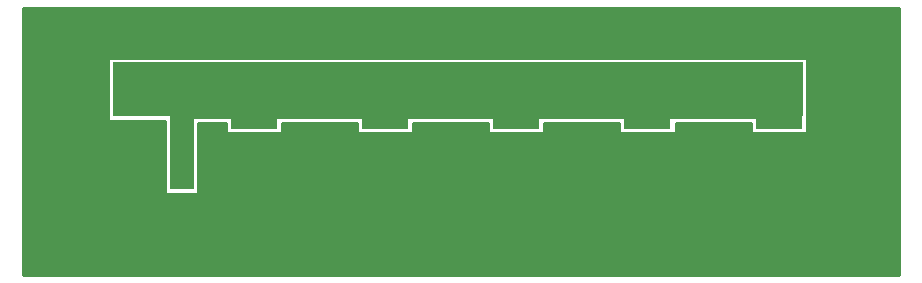
<source format=gtl>
G04 Layer_Physical_Order=1*
G04 Layer_Color=255*
%FSLAX25Y25*%
%MOIN*%
G70*
G01*
G75*
%ADD10C,0.01000*%
%ADD11R,0.08000X0.21000*%
%ADD12R,2.30000X0.18000*%
%ADD13C,0.15748*%
%ADD14R,0.15748X0.07874*%
%ADD15R,0.07874X0.15748*%
%ADD16C,0.06299*%
%ADD17R,0.07874X0.15748*%
%ADD18R,0.15748X0.07874*%
%ADD19C,0.05000*%
%ADD20C,0.01969*%
G36*
X245650Y53409D02*
X245640Y53504D01*
X245609Y53589D01*
X245559Y53664D01*
X245488Y53729D01*
X245397Y53785D01*
X245286Y53829D01*
X245154Y53864D01*
X245002Y53889D01*
X244830Y53904D01*
X244638Y53909D01*
Y54909D01*
X244830Y54914D01*
X245002Y54929D01*
X245154Y54954D01*
X245286Y54989D01*
X245397Y55035D01*
X245488Y55089D01*
X245559Y55154D01*
X245609Y55229D01*
X245640Y55314D01*
X245650Y55409D01*
Y53409D01*
D02*
G37*
G36*
X79005Y59142D02*
X79020Y58970D01*
X79045Y58818D01*
X79080Y58687D01*
X79125Y58575D01*
X79180Y58484D01*
X79245Y58413D01*
X79320Y58363D01*
X79405Y58333D01*
X79500Y58323D01*
X77500D01*
X77595Y58333D01*
X77680Y58363D01*
X77755Y58413D01*
X77820Y58484D01*
X77875Y58575D01*
X77920Y58687D01*
X77955Y58818D01*
X77980Y58970D01*
X77995Y59142D01*
X78000Y59334D01*
X79000D01*
X79005Y59142D01*
D02*
G37*
G36*
X201900Y53409D02*
X201890Y53504D01*
X201859Y53589D01*
X201809Y53664D01*
X201738Y53729D01*
X201647Y53785D01*
X201536Y53829D01*
X201404Y53864D01*
X201252Y53889D01*
X201080Y53904D01*
X200888Y53909D01*
Y54909D01*
X201080Y54914D01*
X201252Y54929D01*
X201404Y54954D01*
X201536Y54989D01*
X201647Y55035D01*
X201738Y55089D01*
X201809Y55154D01*
X201859Y55229D01*
X201890Y55314D01*
X201900Y55409D01*
Y53409D01*
D02*
G37*
G36*
X217610Y55314D02*
X217640Y55229D01*
X217691Y55154D01*
X217762Y55089D01*
X217853Y55035D01*
X217964Y54989D01*
X218096Y54954D01*
X218248Y54929D01*
X218420Y54914D01*
X218612Y54909D01*
Y53909D01*
X218420Y53904D01*
X218248Y53889D01*
X218096Y53864D01*
X217964Y53829D01*
X217853Y53785D01*
X217762Y53729D01*
X217691Y53664D01*
X217640Y53589D01*
X217610Y53504D01*
X217600Y53409D01*
Y55409D01*
X217610Y55314D01*
D02*
G37*
G36*
X210255Y59142D02*
X210270Y58970D01*
X210295Y58818D01*
X210330Y58687D01*
X210375Y58575D01*
X210430Y58484D01*
X210495Y58413D01*
X210570Y58363D01*
X210655Y58333D01*
X210750Y58323D01*
X208750D01*
X208845Y58333D01*
X208930Y58363D01*
X209005Y58413D01*
X209070Y58484D01*
X209125Y58575D01*
X209170Y58687D01*
X209205Y58818D01*
X209230Y58970D01*
X209245Y59142D01*
X209250Y59334D01*
X210250D01*
X210255Y59142D01*
D02*
G37*
G36*
X254005D02*
X254020Y58970D01*
X254045Y58818D01*
X254080Y58687D01*
X254125Y58575D01*
X254180Y58484D01*
X254245Y58413D01*
X254320Y58363D01*
X254405Y58333D01*
X254500Y58323D01*
X252500D01*
X252595Y58333D01*
X252680Y58363D01*
X252755Y58413D01*
X252820Y58484D01*
X252875Y58575D01*
X252920Y58687D01*
X252955Y58818D01*
X252980Y58970D01*
X252995Y59142D01*
X253000Y59334D01*
X254000D01*
X254005Y59142D01*
D02*
G37*
G36*
X122755D02*
X122770Y58970D01*
X122795Y58818D01*
X122830Y58687D01*
X122875Y58575D01*
X122930Y58484D01*
X122995Y58413D01*
X123070Y58363D01*
X123155Y58333D01*
X123250Y58323D01*
X121250D01*
X121345Y58333D01*
X121430Y58363D01*
X121505Y58413D01*
X121570Y58484D01*
X121625Y58575D01*
X121670Y58687D01*
X121705Y58818D01*
X121730Y58970D01*
X121745Y59142D01*
X121750Y59334D01*
X122750D01*
X122755Y59142D01*
D02*
G37*
G36*
X166505D02*
X166520Y58970D01*
X166545Y58818D01*
X166580Y58687D01*
X166625Y58575D01*
X166680Y58484D01*
X166745Y58413D01*
X166820Y58363D01*
X166905Y58333D01*
X167000Y58323D01*
X165000D01*
X165095Y58333D01*
X165180Y58363D01*
X165255Y58413D01*
X165320Y58484D01*
X165375Y58575D01*
X165420Y58687D01*
X165455Y58818D01*
X165480Y58970D01*
X165495Y59142D01*
X165500Y59334D01*
X166500D01*
X166505Y59142D01*
D02*
G37*
G36*
X70650Y53409D02*
X70640Y53504D01*
X70609Y53589D01*
X70559Y53664D01*
X70488Y53729D01*
X70397Y53785D01*
X70286Y53829D01*
X70154Y53864D01*
X70002Y53889D01*
X69830Y53904D01*
X69638Y53909D01*
Y54909D01*
X69830Y54914D01*
X70002Y54929D01*
X70154Y54954D01*
X70286Y54989D01*
X70397Y55035D01*
X70488Y55089D01*
X70559Y55154D01*
X70609Y55229D01*
X70640Y55314D01*
X70650Y55409D01*
Y53409D01*
D02*
G37*
G36*
X86360Y55314D02*
X86391Y55229D01*
X86441Y55154D01*
X86512Y55089D01*
X86603Y55035D01*
X86714Y54989D01*
X86846Y54954D01*
X86998Y54929D01*
X87170Y54914D01*
X87362Y54909D01*
Y53909D01*
X87170Y53904D01*
X86998Y53889D01*
X86846Y53864D01*
X86714Y53829D01*
X86603Y53785D01*
X86512Y53729D01*
X86441Y53664D01*
X86391Y53589D01*
X86360Y53504D01*
X86350Y53409D01*
Y55409D01*
X86360Y55314D01*
D02*
G37*
G36*
X55005Y46670D02*
X55020Y46498D01*
X55045Y46346D01*
X55080Y46214D01*
X55125Y46103D01*
X55180Y46012D01*
X55245Y45941D01*
X55320Y45891D01*
X55405Y45860D01*
X55500Y45850D01*
X53500D01*
X53595Y45860D01*
X53680Y45891D01*
X53755Y45941D01*
X53820Y46012D01*
X53875Y46103D01*
X53920Y46214D01*
X53955Y46346D01*
X53980Y46498D01*
X53995Y46670D01*
X54000Y46862D01*
X55000D01*
X55005Y46670D01*
D02*
G37*
G36*
X55007Y54524D02*
X55028Y54375D01*
X55064Y54261D01*
X55113Y54180D01*
X55177Y54134D01*
X55255Y54122D01*
X55347Y54144D01*
X55453Y54200D01*
X55573Y54290D01*
X55707Y54414D01*
Y53000D01*
X55573Y52856D01*
X55453Y52705D01*
X55347Y52549D01*
X55255Y52387D01*
X55177Y52220D01*
X55113Y52046D01*
X55064Y51867D01*
X55028Y51681D01*
X55007Y51490D01*
X55000Y51293D01*
X54000Y52500D01*
X55000Y54707D01*
X55007Y54524D01*
D02*
G37*
G36*
X158150Y53409D02*
X158140Y53504D01*
X158109Y53589D01*
X158059Y53664D01*
X157988Y53729D01*
X157897Y53785D01*
X157786Y53829D01*
X157654Y53864D01*
X157502Y53889D01*
X157330Y53904D01*
X157138Y53909D01*
Y54909D01*
X157330Y54914D01*
X157502Y54929D01*
X157654Y54954D01*
X157786Y54989D01*
X157897Y55035D01*
X157988Y55089D01*
X158059Y55154D01*
X158109Y55229D01*
X158140Y55314D01*
X158150Y55409D01*
Y53409D01*
D02*
G37*
G36*
X173860Y55314D02*
X173890Y55229D01*
X173941Y55154D01*
X174012Y55089D01*
X174103Y55035D01*
X174214Y54989D01*
X174346Y54954D01*
X174498Y54929D01*
X174670Y54914D01*
X174862Y54909D01*
Y53909D01*
X174670Y53904D01*
X174498Y53889D01*
X174346Y53864D01*
X174214Y53829D01*
X174103Y53785D01*
X174012Y53729D01*
X173941Y53664D01*
X173890Y53589D01*
X173860Y53504D01*
X173850Y53409D01*
Y55409D01*
X173860Y55314D01*
D02*
G37*
G36*
X114400Y53409D02*
X114390Y53504D01*
X114359Y53589D01*
X114309Y53664D01*
X114238Y53729D01*
X114147Y53785D01*
X114036Y53829D01*
X113904Y53864D01*
X113752Y53889D01*
X113580Y53904D01*
X113388Y53909D01*
Y54909D01*
X113580Y54914D01*
X113752Y54929D01*
X113904Y54954D01*
X114036Y54989D01*
X114147Y55035D01*
X114238Y55089D01*
X114309Y55154D01*
X114359Y55229D01*
X114390Y55314D01*
X114400Y55409D01*
Y53409D01*
D02*
G37*
G36*
X130110Y55314D02*
X130140Y55229D01*
X130191Y55154D01*
X130262Y55089D01*
X130353Y55035D01*
X130464Y54989D01*
X130596Y54954D01*
X130748Y54929D01*
X130920Y54914D01*
X131112Y54909D01*
Y53909D01*
X130920Y53904D01*
X130748Y53889D01*
X130596Y53864D01*
X130464Y53829D01*
X130353Y53785D01*
X130262Y53729D01*
X130191Y53664D01*
X130140Y53589D01*
X130110Y53504D01*
X130100Y53409D01*
Y55409D01*
X130110Y55314D01*
D02*
G37*
G36*
X210250Y63345D02*
X210081Y62203D01*
X209903Y62000D01*
X210081Y61797D01*
X210250Y60655D01*
X209250Y60434D01*
X209248Y60542D01*
X209242Y60639D01*
X209231Y60725D01*
X209217Y60800D01*
X209198Y60864D01*
X209175Y60917D01*
X209148Y60959D01*
X209116Y60990D01*
X209081Y61010D01*
X209041Y61019D01*
X209903Y62000D01*
X209041Y62981D01*
X209081Y62990D01*
X209116Y63010D01*
X209148Y63041D01*
X209175Y63083D01*
X209198Y63136D01*
X209217Y63200D01*
X209231Y63275D01*
X209242Y63361D01*
X209248Y63458D01*
X209250Y63566D01*
X210250Y63345D01*
D02*
G37*
G36*
X124131Y66422D02*
X123585Y65801D01*
X123364Y65509D01*
X123176Y65228D01*
X123023Y64959D01*
X122903Y64701D01*
X122818Y64456D01*
X122767Y64222D01*
X122750Y64001D01*
X121750D01*
X121733Y64222D01*
X121682Y64456D01*
X121597Y64701D01*
X121477Y64959D01*
X121324Y65228D01*
X121136Y65509D01*
X120915Y65801D01*
X120369Y66422D01*
X120045Y66751D01*
X124455D01*
X124131Y66422D01*
D02*
G37*
G36*
X167881D02*
X167335Y65801D01*
X167114Y65509D01*
X166926Y65228D01*
X166773Y64959D01*
X166653Y64701D01*
X166568Y64456D01*
X166517Y64222D01*
X166500Y64001D01*
X165500D01*
X165483Y64222D01*
X165432Y64456D01*
X165347Y64701D01*
X165227Y64959D01*
X165074Y65228D01*
X164886Y65509D01*
X164665Y65801D01*
X164119Y66422D01*
X163795Y66751D01*
X168205D01*
X167881Y66422D01*
D02*
G37*
G36*
X254000Y63230D02*
X253731Y62102D01*
X253647Y62000D01*
X252838Y62980D01*
X252869Y62984D01*
X252897Y62998D01*
X252921Y63025D01*
X252942Y63064D01*
X252960Y63114D01*
X252974Y63176D01*
X252985Y63250D01*
X252993Y63336D01*
X253000Y63543D01*
X254000Y63230D01*
D02*
G37*
G36*
X80381Y66422D02*
X79835Y65801D01*
X79614Y65509D01*
X79426Y65228D01*
X79273Y64959D01*
X79153Y64701D01*
X79068Y64456D01*
X79017Y64222D01*
X79000Y64001D01*
X78000D01*
X77983Y64222D01*
X77932Y64456D01*
X77847Y64701D01*
X77727Y64959D01*
X77574Y65228D01*
X77386Y65509D01*
X77165Y65801D01*
X76619Y66422D01*
X76295Y66751D01*
X80705D01*
X80381Y66422D01*
D02*
G37*
G36*
X76175Y66875D02*
X75863Y67205D01*
X75267Y67760D01*
X74984Y67986D01*
X74710Y68177D01*
X74445Y68333D01*
X74191Y68454D01*
X73946Y68541D01*
X73711Y68593D01*
X73485Y68610D01*
X73520Y69610D01*
X73738Y69627D01*
X73969Y69677D01*
X74215Y69761D01*
X74474Y69878D01*
X74748Y70028D01*
X75036Y70212D01*
X75338Y70429D01*
X75985Y70964D01*
X76329Y71282D01*
X76175Y66875D01*
D02*
G37*
G36*
X38078Y70991D02*
X38699Y70446D01*
X38991Y70224D01*
X39272Y70036D01*
X39541Y69883D01*
X39799Y69764D01*
X40044Y69678D01*
X40278Y69627D01*
X40499Y69610D01*
Y69287D01*
X40890Y69610D01*
X43097Y68610D01*
X42914Y68603D01*
X42765Y68582D01*
X42650Y68547D01*
X42570Y68497D01*
X42524Y68433D01*
X42511Y68356D01*
X42533Y68264D01*
X42589Y68158D01*
X42680Y68037D01*
X42804Y67903D01*
X41390D01*
X41245Y68037D01*
X41095Y68158D01*
X40939Y68264D01*
X40777Y68356D01*
X40609Y68433D01*
X40436Y68497D01*
X40256Y68547D01*
X40154Y68566D01*
X40044Y68542D01*
X39799Y68457D01*
X39541Y68338D01*
X39272Y68184D01*
X38991Y67997D01*
X38699Y67775D01*
X38078Y67229D01*
X37749Y66905D01*
Y71315D01*
X38078Y70991D01*
D02*
G37*
G36*
X211631Y66422D02*
X211085Y65801D01*
X210864Y65509D01*
X210676Y65228D01*
X210523Y64959D01*
X210403Y64701D01*
X210318Y64456D01*
X210267Y64222D01*
X210250Y64001D01*
X209250D01*
X209233Y64222D01*
X209182Y64456D01*
X209097Y64701D01*
X208977Y64959D01*
X208824Y65228D01*
X208636Y65509D01*
X208415Y65801D01*
X207869Y66422D01*
X207545Y66751D01*
X211955D01*
X211631Y66422D01*
D02*
G37*
G36*
X255381D02*
X254835Y65801D01*
X254614Y65509D01*
X254426Y65228D01*
X254273Y64959D01*
X254153Y64701D01*
X254068Y64456D01*
X254017Y64222D01*
X254000Y64001D01*
X253000D01*
X252983Y64222D01*
X252932Y64456D01*
X252847Y64701D01*
X252727Y64959D01*
X252574Y65228D01*
X252386Y65509D01*
X252165Y65801D01*
X251619Y66422D01*
X251295Y66751D01*
X255705D01*
X255381Y66422D01*
D02*
G37*
G36*
X122980Y61177D02*
X122937Y61143D01*
X122898Y61100D01*
X122863Y61050D01*
X122833Y60992D01*
X122808Y60926D01*
X122787Y60852D01*
X122771Y60769D01*
X122752Y60581D01*
X122750Y60475D01*
X121750Y60709D01*
X121745Y60917D01*
X121739Y61009D01*
X121720Y61172D01*
X121706Y61241D01*
X121691Y61304D01*
X121672Y61358D01*
X121652Y61405D01*
X121629Y61444D01*
X122174Y62000D01*
X122980Y61177D01*
D02*
G37*
G36*
X166622Y61443D02*
X166599Y61403D01*
X166578Y61356D01*
X166560Y61302D01*
X166531Y61170D01*
X166519Y61092D01*
X166501Y60814D01*
X166500Y60707D01*
X165500Y60476D01*
X165498Y60582D01*
X165491Y60680D01*
X165479Y60770D01*
X165463Y60852D01*
X165443Y60927D01*
X165417Y60993D01*
X165387Y61051D01*
X165353Y61101D01*
X165314Y61144D01*
X165270Y61178D01*
X166076Y62000D01*
X166622Y61443D01*
D02*
G37*
G36*
X79242Y61117D02*
X79196Y61089D01*
X79155Y61052D01*
X79119Y61006D01*
X79087Y60952D01*
X79061Y60889D01*
X79039Y60818D01*
X79022Y60737D01*
X79002Y60551D01*
X79000Y60444D01*
X78000Y60846D01*
X77999Y60956D01*
X77989Y61233D01*
X77976Y61373D01*
X77967Y61430D01*
X77957Y61478D01*
X77946Y61517D01*
X77933Y61547D01*
X78377Y62000D01*
X79242Y61117D01*
D02*
G37*
G36*
X253731Y61898D02*
X254000Y60770D01*
X253000Y60457D01*
X252993Y60664D01*
X252985Y60750D01*
X252974Y60824D01*
X252960Y60886D01*
X252942Y60936D01*
X252921Y60975D01*
X252897Y61002D01*
X252869Y61016D01*
X252838Y61020D01*
X253647Y62000D01*
X253731Y61898D01*
D02*
G37*
G36*
X122752Y63419D02*
X122771Y63231D01*
X122787Y63148D01*
X122808Y63074D01*
X122833Y63008D01*
X122863Y62950D01*
X122898Y62900D01*
X122937Y62857D01*
X122980Y62823D01*
X122174Y62000D01*
X121629Y62556D01*
X121652Y62595D01*
X121672Y62642D01*
X121691Y62696D01*
X121706Y62759D01*
X121720Y62828D01*
X121739Y62991D01*
X121745Y63083D01*
X121750Y63291D01*
X122750Y63525D01*
X122752Y63419D01*
D02*
G37*
G36*
X166500Y63293D02*
X166501Y63186D01*
X166519Y62908D01*
X166531Y62830D01*
X166560Y62698D01*
X166578Y62644D01*
X166599Y62597D01*
X166622Y62558D01*
X166076Y62000D01*
X165270Y62822D01*
X165314Y62856D01*
X165353Y62899D01*
X165387Y62949D01*
X165417Y63007D01*
X165443Y63073D01*
X165463Y63148D01*
X165479Y63230D01*
X165491Y63320D01*
X165498Y63418D01*
X165500Y63524D01*
X166500Y63293D01*
D02*
G37*
G36*
X47752Y62880D02*
X47766Y62455D01*
X48191Y62441D01*
X49031Y61676D01*
X48415Y60877D01*
X48338Y60952D01*
X48194Y61068D01*
X48128Y61111D01*
X48065Y61144D01*
X48006Y61166D01*
X47951Y61177D01*
X47899Y61178D01*
X47851Y61169D01*
X47807Y61150D01*
X47766Y62455D01*
X46461Y62496D01*
X46480Y62540D01*
X46490Y62588D01*
X46488Y62640D01*
X46477Y62695D01*
X46455Y62754D01*
X46422Y62817D01*
X46379Y62883D01*
X46262Y63027D01*
X46189Y63104D01*
X46987Y63720D01*
X47752Y62880D01*
D02*
G37*
G36*
X79002Y63449D02*
X79022Y63263D01*
X79039Y63182D01*
X79061Y63111D01*
X79087Y63048D01*
X79119Y62994D01*
X79155Y62948D01*
X79196Y62911D01*
X79242Y62883D01*
X78377Y62000D01*
X77933Y62453D01*
X77946Y62483D01*
X77957Y62522D01*
X77967Y62570D01*
X77976Y62627D01*
X77989Y62767D01*
X77999Y63044D01*
X78000Y63154D01*
X79000Y63556D01*
X79002Y63449D01*
D02*
G37*
D10*
X247500Y74000D02*
Y90750D01*
X248500Y74000D02*
Y90750D01*
X246500Y74000D02*
Y90750D01*
X250500Y74000D02*
Y90750D01*
X251500Y74000D02*
Y90750D01*
X249500Y74000D02*
Y90750D01*
X241500Y74000D02*
Y90750D01*
X242500Y74000D02*
Y90750D01*
X240500Y74000D02*
Y90750D01*
X244500Y74000D02*
Y90750D01*
X245500Y74000D02*
Y90750D01*
X243500Y74000D02*
Y90750D01*
X258500Y74000D02*
Y90750D01*
X259500Y74000D02*
Y90750D01*
X257500Y74000D02*
Y90750D01*
X261500Y74000D02*
Y90750D01*
X262500Y74000D02*
Y90750D01*
X260500Y74000D02*
Y90750D01*
X253500Y74000D02*
Y90750D01*
X254500Y74000D02*
Y90750D01*
X252500Y74000D02*
Y90750D01*
X256500Y74000D02*
Y90750D01*
X255500Y74000D02*
Y90750D01*
X212500Y74000D02*
Y90750D01*
X213500Y74000D02*
Y90750D01*
X211500Y74000D02*
Y90750D01*
X215500Y74000D02*
Y90750D01*
X216500Y74000D02*
Y90750D01*
X214500Y74000D02*
Y90750D01*
X206500Y74000D02*
Y90750D01*
X207500Y74000D02*
Y90750D01*
X205500Y74000D02*
Y90750D01*
X209500Y74000D02*
Y90750D01*
X208500Y74000D02*
Y90750D01*
X235500Y74000D02*
Y90750D01*
X236500Y74000D02*
Y90750D01*
X234500Y74000D02*
Y90750D01*
X238500Y74000D02*
Y90750D01*
X239500Y74000D02*
Y90750D01*
X237500Y74000D02*
Y90750D01*
X218500Y74000D02*
Y90750D01*
X219500Y74000D02*
Y90750D01*
X217500Y74000D02*
Y90750D01*
X233500Y74000D02*
Y90750D01*
X220500Y74000D02*
Y90750D01*
X263000Y67500D02*
X293526D01*
X263000Y66500D02*
X293526D01*
X263000Y68500D02*
X293526D01*
X263000Y64500D02*
X293526D01*
X263000Y63500D02*
X293526D01*
X263000Y65500D02*
X293526D01*
X263000Y72500D02*
X293526D01*
X263000Y71500D02*
X293526D01*
X263000Y73500D02*
X293526D01*
X263000Y69500D02*
X293526D01*
X263000Y70500D02*
X293526D01*
X263000Y61500D02*
X293526D01*
X263000Y60500D02*
X293526D01*
X263000Y62500D02*
X293526D01*
X263000Y58500D02*
X293526D01*
X263000Y57500D02*
X293526D01*
X263000Y59500D02*
X293526D01*
X263000Y56500D02*
X293526D01*
X263000Y55500D02*
X293526D01*
X263000Y53000D02*
Y74000D01*
Y53500D02*
X293526D01*
X263000Y54500D02*
X293526D01*
X228500Y74000D02*
Y90750D01*
X229500Y74000D02*
Y90750D01*
X227500Y74000D02*
Y90750D01*
X231500Y74000D02*
Y90750D01*
X232500Y74000D02*
Y90750D01*
X230500Y74000D02*
Y90750D01*
X221500Y74000D02*
Y90750D01*
X224500Y74000D02*
Y90750D01*
X210500Y74000D02*
Y90750D01*
X226500Y74000D02*
Y90750D01*
X225500Y74000D02*
Y90750D01*
X262874Y52500D02*
X293526D01*
X262874Y51500D02*
X293526D01*
X219124Y52409D02*
X244126D01*
X262874Y50500D02*
X293526D01*
X262874Y49500D02*
X293526D01*
X219124Y51500D02*
X244126D01*
X222500Y74000D02*
Y90750D01*
X223500Y74000D02*
Y90750D01*
X219124Y50500D02*
X244126D01*
X219124Y49500D02*
X244126D01*
X200376Y48972D02*
X219124D01*
X189500Y74000D02*
Y90750D01*
X190500Y74000D02*
Y90750D01*
X188500Y74000D02*
Y90750D01*
X192500Y74000D02*
Y90750D01*
X193500Y74000D02*
Y90750D01*
X191500Y74000D02*
Y90750D01*
X184500Y74000D02*
Y90750D01*
X185500Y74000D02*
Y90750D01*
X183500Y74000D02*
Y90750D01*
X187500Y74000D02*
Y90750D01*
X186500Y74000D02*
Y90750D01*
X200500Y74000D02*
Y90750D01*
X201500Y74000D02*
Y90750D01*
X199500Y74000D02*
Y90750D01*
X203500Y74000D02*
Y90750D01*
X204500Y74000D02*
Y90750D01*
X202500Y74000D02*
Y90750D01*
X195500Y74000D02*
Y90750D01*
X196500Y74000D02*
Y90750D01*
X194500Y74000D02*
Y90750D01*
X198500Y74000D02*
Y90750D01*
X197500Y74000D02*
Y90750D01*
X167500Y74000D02*
Y90750D01*
X168500Y74000D02*
Y90750D01*
X166500Y74000D02*
Y90750D01*
X170500Y74000D02*
Y90750D01*
X171500Y74000D02*
Y90750D01*
X169500Y74000D02*
Y90750D01*
X141500Y74000D02*
Y90750D01*
X163500Y74000D02*
Y90750D01*
X140500Y74000D02*
Y90750D01*
X165500Y74000D02*
Y90750D01*
X164500Y74000D02*
Y90750D01*
X178500Y74000D02*
Y90750D01*
X179500Y74000D02*
Y90750D01*
X177500Y74000D02*
Y90750D01*
X181500Y74000D02*
Y90750D01*
X182500Y74000D02*
Y90750D01*
X180500Y74000D02*
Y90750D01*
X173500Y74000D02*
Y90750D01*
X174500Y74000D02*
Y90750D01*
X172500Y74000D02*
Y90750D01*
X176500Y74000D02*
Y90750D01*
X175500Y74000D02*
Y90750D01*
X158500Y74000D02*
Y90750D01*
X159500Y74000D02*
Y90750D01*
X157500Y74000D02*
Y90750D01*
X161500Y74000D02*
Y90750D01*
X162500Y74000D02*
Y90750D01*
X160500Y74000D02*
Y90750D01*
X149500Y74000D02*
Y90750D01*
X154500Y74000D02*
Y90750D01*
X148500Y74000D02*
Y90750D01*
X156500Y74000D02*
Y90750D01*
X155500Y74000D02*
Y90750D01*
X175374Y52409D02*
X200376D01*
X175374Y48972D02*
Y52409D01*
X153500Y74000D02*
Y90750D01*
X175374Y50500D02*
X200376D01*
X175374Y49500D02*
X200376D01*
X175374Y51500D02*
X200376D01*
X147500Y74000D02*
Y90750D01*
X150500Y74000D02*
Y90750D01*
X146500Y74000D02*
Y90750D01*
X152500Y74000D02*
Y90750D01*
X151500Y74000D02*
Y90750D01*
X139500Y74000D02*
Y90750D01*
X142500Y74000D02*
Y90750D01*
X138500Y74000D02*
Y90750D01*
X144500Y74000D02*
Y90750D01*
X145500Y74000D02*
Y90750D01*
X143500Y74000D02*
Y90750D01*
X134500Y74000D02*
Y90750D01*
X135500Y74000D02*
Y90750D01*
X133500Y74000D02*
Y90750D01*
X137500Y74000D02*
Y90750D01*
X136500Y74000D02*
Y90750D01*
X132500Y74000D02*
Y90750D01*
X131624Y52409D02*
X156626D01*
X131500Y74000D02*
Y90750D01*
X131624Y50500D02*
X156626D01*
X131624Y49500D02*
X156626D01*
X131624Y51500D02*
X156626D01*
X127500Y74000D02*
Y90750D01*
X128500Y74000D02*
Y90750D01*
X126500Y74000D02*
Y90750D01*
X130500Y74000D02*
Y90750D01*
X129500Y74000D02*
Y90750D01*
X279500Y1750D02*
Y90750D01*
X280500Y1750D02*
Y90750D01*
X278500Y1750D02*
Y90750D01*
X282500Y1750D02*
Y90750D01*
X283500Y1750D02*
Y90750D01*
X281500Y1750D02*
Y90750D01*
X273500Y1750D02*
Y90750D01*
X274500Y1750D02*
Y90750D01*
X272500Y1750D02*
Y90750D01*
X276500Y1750D02*
Y90750D01*
X277500Y1750D02*
Y90750D01*
X275500Y1750D02*
Y90750D01*
X290500Y1750D02*
Y90750D01*
X291500Y1750D02*
Y90750D01*
X289500Y1750D02*
Y90750D01*
X293500Y1750D02*
Y90750D01*
X293526Y1750D02*
Y90750D01*
X292500Y1750D02*
Y90750D01*
X285500Y1750D02*
Y90750D01*
X286500Y1750D02*
Y90750D01*
X284500Y1750D02*
Y90750D01*
X288500Y1750D02*
Y90750D01*
X287500Y1750D02*
Y90750D01*
X266500Y1750D02*
Y90750D01*
X267500Y1750D02*
Y90750D01*
X265500Y1750D02*
Y90750D01*
X270500Y1750D02*
Y90750D01*
X271500Y1750D02*
Y90750D01*
X268500Y1750D02*
Y90750D01*
X263500Y1750D02*
Y90750D01*
X264500Y1750D02*
Y90750D01*
X262874Y48972D02*
Y53000D01*
X244126Y48972D02*
Y52409D01*
X219124Y48972D02*
Y52409D01*
X243500Y1750D02*
Y52409D01*
X269500Y1750D02*
Y90750D01*
X229500Y1750D02*
Y52409D01*
X227500Y1750D02*
Y52409D01*
X228500Y1750D02*
Y52409D01*
X226500Y1750D02*
Y52409D01*
X220500Y1750D02*
Y52409D01*
X223500Y1750D02*
Y52409D01*
X219500Y1750D02*
Y52409D01*
X225500Y1750D02*
Y52409D01*
X224500Y1750D02*
Y52409D01*
X259500Y1750D02*
Y48972D01*
X260500Y1750D02*
Y48972D01*
X258500Y1750D02*
Y48972D01*
X261500Y1750D02*
Y48972D01*
X262500Y1750D02*
Y48972D01*
X244126D02*
X262874D01*
X254500Y1750D02*
Y48972D01*
X255500Y1750D02*
Y48972D01*
X253500Y1750D02*
Y48972D01*
X257500Y1750D02*
Y48972D01*
X256500Y1750D02*
Y48972D01*
X248500Y1750D02*
Y48972D01*
X249500Y1750D02*
Y48972D01*
X247500Y1750D02*
Y48972D01*
X251500Y1750D02*
Y48972D01*
X252500Y1750D02*
Y48972D01*
X250500Y1750D02*
Y48972D01*
X242500Y1750D02*
Y52409D01*
X244500Y1750D02*
Y48972D01*
X241500Y1750D02*
Y52409D01*
X246500Y1750D02*
Y48972D01*
X245500Y1750D02*
Y48972D01*
X221500Y1750D02*
Y52409D01*
X222500Y1750D02*
Y52409D01*
X218500Y1750D02*
Y48972D01*
X216500Y1750D02*
Y48972D01*
X217500Y1750D02*
Y48972D01*
X215500Y1750D02*
Y48972D01*
X211500Y1750D02*
Y48972D01*
X212500Y1750D02*
Y48972D01*
X210500Y1750D02*
Y48972D01*
X214500Y1750D02*
Y48972D01*
X213500Y1750D02*
Y48972D01*
X236500Y1750D02*
Y52409D01*
X237500Y1750D02*
Y52409D01*
X235500Y1750D02*
Y52409D01*
X239500Y1750D02*
Y52409D01*
X240500Y1750D02*
Y52409D01*
X238500Y1750D02*
Y52409D01*
X231500Y1750D02*
Y52409D01*
X232500Y1750D02*
Y52409D01*
X230500Y1750D02*
Y52409D01*
X234500Y1750D02*
Y52409D01*
X233500Y1750D02*
Y52409D01*
X196500Y1750D02*
Y52409D01*
X197500Y1750D02*
Y52409D01*
X195500Y1750D02*
Y52409D01*
X200376Y48972D02*
Y52409D01*
X199500Y1750D02*
Y52409D01*
X198500Y1750D02*
Y52409D01*
X191500Y1750D02*
Y52409D01*
X192500Y1750D02*
Y52409D01*
X190500Y1750D02*
Y52409D01*
X194500Y1750D02*
Y52409D01*
X193500Y1750D02*
Y52409D01*
X185500Y1750D02*
Y52409D01*
X186500Y1750D02*
Y52409D01*
X184500Y1750D02*
Y52409D01*
X188500Y1750D02*
Y52409D01*
X189500Y1750D02*
Y52409D01*
X187500Y1750D02*
Y52409D01*
X180500Y1750D02*
Y52409D01*
X181500Y1750D02*
Y52409D01*
X179500Y1750D02*
Y52409D01*
X183500Y1750D02*
Y52409D01*
X182500Y1750D02*
Y52409D01*
X156626Y48972D02*
Y52409D01*
X175500Y1750D02*
Y52409D01*
X156500Y1750D02*
Y52409D01*
X177500Y1750D02*
Y52409D01*
X178500Y1750D02*
Y52409D01*
X176500Y1750D02*
Y52409D01*
X143500Y1750D02*
Y52409D01*
X144500Y1750D02*
Y52409D01*
X131624Y48972D02*
Y52409D01*
X155500Y1750D02*
Y52409D01*
X154500Y1750D02*
Y52409D01*
X138500Y1750D02*
Y52409D01*
X139500Y1750D02*
Y52409D01*
X137500Y1750D02*
Y52409D01*
X141500Y1750D02*
Y52409D01*
X142500Y1750D02*
Y52409D01*
X140500Y1750D02*
Y52409D01*
X133500Y1750D02*
Y52409D01*
X134500Y1750D02*
Y52409D01*
X132500Y1750D02*
Y52409D01*
X136500Y1750D02*
Y52409D01*
X135500Y1750D02*
Y52409D01*
X169500Y1750D02*
Y48972D01*
X170500Y1750D02*
Y48972D01*
X168500Y1750D02*
Y48972D01*
X172500Y1750D02*
Y48972D01*
X173500Y1750D02*
Y48972D01*
X171500Y1750D02*
Y48972D01*
X164500Y1750D02*
Y48972D01*
X165500Y1750D02*
Y48972D01*
X163500Y1750D02*
Y48972D01*
X167500Y1750D02*
Y48972D01*
X166500Y1750D02*
Y48972D01*
X205500Y1750D02*
Y48972D01*
X206500Y1750D02*
Y48972D01*
X204500Y1750D02*
Y48972D01*
X208500Y1750D02*
Y48972D01*
X209500Y1750D02*
Y48972D01*
X207500Y1750D02*
Y48972D01*
X200500Y1750D02*
Y48972D01*
X201500Y1750D02*
Y48972D01*
X174500Y1750D02*
Y48972D01*
X203500Y1750D02*
Y48972D01*
X202500Y1750D02*
Y48972D01*
X159500Y1750D02*
Y48972D01*
X160500Y1750D02*
Y48972D01*
X158500Y1750D02*
Y48972D01*
X161500Y1750D02*
Y48972D01*
X162500Y1750D02*
Y48972D01*
X156626D02*
X175374D01*
X151500Y1750D02*
Y52409D01*
X152500Y1750D02*
Y52409D01*
X150500Y1750D02*
Y52409D01*
X157500Y1750D02*
Y48972D01*
X153500Y1750D02*
Y52409D01*
X148500Y1750D02*
Y52409D01*
X149500Y1750D02*
Y52409D01*
X147500Y1750D02*
Y52409D01*
X145500Y1750D02*
Y52409D01*
X146500Y1750D02*
Y52409D01*
X131500Y1750D02*
Y48972D01*
X127500Y1750D02*
Y48972D01*
X128500Y1750D02*
Y48972D01*
X126500Y1750D02*
Y48972D01*
X130500Y1750D02*
Y48972D01*
X129500Y1750D02*
Y48972D01*
X110500Y74000D02*
Y90750D01*
X111500Y74000D02*
Y90750D01*
X109500Y74000D02*
Y90750D01*
X113500Y74000D02*
Y90750D01*
X114500Y74000D02*
Y90750D01*
X112500Y74000D02*
Y90750D01*
X104500Y74000D02*
Y90750D01*
X105500Y74000D02*
Y90750D01*
X103500Y74000D02*
Y90750D01*
X107500Y74000D02*
Y90750D01*
X108500Y74000D02*
Y90750D01*
X106500Y74000D02*
Y90750D01*
X121500Y74000D02*
Y90750D01*
X122500Y74000D02*
Y90750D01*
X120500Y74000D02*
Y90750D01*
X124500Y74000D02*
Y90750D01*
X125500Y74000D02*
Y90750D01*
X123500Y74000D02*
Y90750D01*
X116500Y74000D02*
Y90750D01*
X117500Y74000D02*
Y90750D01*
X115500Y74000D02*
Y90750D01*
X119500Y74000D02*
Y90750D01*
X118500Y74000D02*
Y90750D01*
X81500Y74000D02*
Y90750D01*
X82500Y74000D02*
Y90750D01*
X80500Y74000D02*
Y90750D01*
X83500Y74000D02*
Y90750D01*
X84500Y74000D02*
Y90750D01*
X1750D02*
X293526D01*
X76500Y74000D02*
Y90750D01*
X77500Y74000D02*
Y90750D01*
X75500Y74000D02*
Y90750D01*
X79500Y74000D02*
Y90750D01*
X78500Y74000D02*
Y90750D01*
X94500Y74000D02*
Y90750D01*
X95500Y74000D02*
Y90750D01*
X93500Y74000D02*
Y90750D01*
X101500Y74000D02*
Y90750D01*
X102500Y74000D02*
Y90750D01*
X100500Y74000D02*
Y90750D01*
X86500Y74000D02*
Y90750D01*
X87500Y74000D02*
Y90750D01*
X85500Y74000D02*
Y90750D01*
X92500Y74000D02*
Y90750D01*
X91500Y74000D02*
Y90750D01*
X98500Y74000D02*
Y90750D01*
X99500Y74000D02*
Y90750D01*
X87874Y52409D02*
X112876D01*
X87874Y50500D02*
X112876D01*
X87874Y49500D02*
X112876D01*
X87874Y51500D02*
X112876D01*
X89500Y74000D02*
Y90750D01*
X90500Y74000D02*
Y90750D01*
X88500Y74000D02*
Y90750D01*
X97500Y74000D02*
Y90750D01*
X96500Y74000D02*
Y90750D01*
X60000Y43500D02*
X293526D01*
X60000Y42500D02*
X293526D01*
X60000Y46500D02*
X293526D01*
X60000Y39500D02*
X293526D01*
X60000Y38500D02*
X293526D01*
X60000Y41500D02*
X293526D01*
X112876Y48972D02*
X131624D01*
X112876D02*
Y52409D01*
X87874Y48972D02*
Y52409D01*
X69126Y48972D02*
X87874D01*
X60000Y40500D02*
X293526D01*
X1750Y84500D02*
X293526D01*
X1750Y83500D02*
X293526D01*
X1750Y85500D02*
X293526D01*
X1750Y81500D02*
X293526D01*
X1750Y80500D02*
X293526D01*
X1750Y82500D02*
X293526D01*
X1750Y89500D02*
X293526D01*
X1750Y88500D02*
X293526D01*
X1750Y90500D02*
X293526D01*
X1750Y86500D02*
X293526D01*
X1750Y87500D02*
X293526D01*
X1750Y78500D02*
X293526D01*
X1750Y77500D02*
X293526D01*
X1750Y79500D02*
X293526D01*
X1750Y75500D02*
X293526D01*
X1750Y74500D02*
X293526D01*
X1750Y76500D02*
X293526D01*
X60000Y48500D02*
X293526D01*
X60000Y47500D02*
X293526D01*
X30000Y74000D02*
X263000D01*
X60000Y44500D02*
X293526D01*
X60000Y45500D02*
X293526D01*
X59500Y74000D02*
Y90750D01*
X60500Y74000D02*
Y90750D01*
X58500Y74000D02*
Y90750D01*
X62500Y74000D02*
Y90750D01*
X63500Y74000D02*
Y90750D01*
X61500Y74000D02*
Y90750D01*
X54500Y74000D02*
Y90750D01*
X55500Y74000D02*
Y90750D01*
X53500Y74000D02*
Y90750D01*
X57500Y74000D02*
Y90750D01*
X56500Y74000D02*
Y90750D01*
X70500Y74000D02*
Y90750D01*
X71500Y74000D02*
Y90750D01*
X69500Y74000D02*
Y90750D01*
X73500Y74000D02*
Y90750D01*
X74500Y74000D02*
Y90750D01*
X72500Y74000D02*
Y90750D01*
X65500Y74000D02*
Y90750D01*
X66500Y74000D02*
Y90750D01*
X64500Y74000D02*
Y90750D01*
X68500Y74000D02*
Y90750D01*
X67500Y74000D02*
Y90750D01*
X36500Y74000D02*
Y90750D01*
X38500Y74000D02*
Y90750D01*
X35500Y74000D02*
Y90750D01*
X40500Y74000D02*
Y90750D01*
X41500Y74000D02*
Y90750D01*
X39500Y74000D02*
Y90750D01*
X31500Y74000D02*
Y90750D01*
X32500Y74000D02*
Y90750D01*
X30500Y74000D02*
Y90750D01*
X34500Y74000D02*
Y90750D01*
X33500Y74000D02*
Y90750D01*
X48500Y74000D02*
Y90750D01*
X49500Y74000D02*
Y90750D01*
X47500Y74000D02*
Y90750D01*
X51500Y74000D02*
Y90750D01*
X52500Y74000D02*
Y90750D01*
X50500Y74000D02*
Y90750D01*
X43500Y74000D02*
Y90750D01*
X44500Y74000D02*
Y90750D01*
X42500Y74000D02*
Y90750D01*
X46500Y74000D02*
Y90750D01*
X45500Y74000D02*
Y90750D01*
X37500Y74000D02*
Y90750D01*
X1750Y73500D02*
X30000D01*
X1750Y72500D02*
X30000D01*
X1750Y70500D02*
X30000D01*
X1750Y69500D02*
X30000D01*
X1750Y71500D02*
X30000D01*
X1750Y64500D02*
X30000D01*
X1750Y63500D02*
X30000D01*
X1750Y68500D02*
X30000D01*
X1750Y61500D02*
X30000D01*
X1750Y62500D02*
X30000D01*
X60000Y52409D02*
X69126D01*
Y48972D02*
Y52409D01*
X30000Y53000D02*
X49000D01*
X60000Y50500D02*
X69126D01*
X60000Y49500D02*
X69126D01*
X60000Y51500D02*
X69126D01*
X1750Y60500D02*
X30000D01*
Y53000D02*
Y74000D01*
X1750Y59500D02*
X30000D01*
X1750Y57500D02*
X30000D01*
X1750Y58500D02*
X30000D01*
X1750Y53500D02*
X30000D01*
X1750Y52500D02*
X49000D01*
X1750Y54500D02*
X30000D01*
X1750Y50500D02*
X49000D01*
X1750Y49500D02*
X49000D01*
X1750Y51500D02*
X49000D01*
X1750Y66500D02*
X30000D01*
X1750Y65500D02*
X30000D01*
X1750Y67500D02*
X30000D01*
X1750Y55500D02*
X30000D01*
X1750Y56500D02*
X30000D01*
X1750Y42500D02*
X49000D01*
X1750Y41500D02*
X49000D01*
X1750Y43500D02*
X49000D01*
X1750Y39500D02*
X49000D01*
X1750Y38500D02*
X49000D01*
X1750Y40500D02*
X49000D01*
X1750Y47500D02*
X49000D01*
X1750Y46500D02*
X49000D01*
X1750Y48500D02*
X49000D01*
X1750Y44500D02*
X49000D01*
X1750Y45500D02*
X49000D01*
X110500Y1750D02*
Y52409D01*
X111500Y1750D02*
Y52409D01*
X109500Y1750D02*
Y52409D01*
X113500Y1750D02*
Y48972D01*
X114500Y1750D02*
Y48972D01*
X112500Y1750D02*
Y52409D01*
X105500Y1750D02*
Y52409D01*
X106500Y1750D02*
Y52409D01*
X104500Y1750D02*
Y52409D01*
X108500Y1750D02*
Y52409D01*
X107500Y1750D02*
Y52409D01*
X121500Y1750D02*
Y48972D01*
X122500Y1750D02*
Y48972D01*
X120500Y1750D02*
Y48972D01*
X124500Y1750D02*
Y48972D01*
X125500Y1750D02*
Y48972D01*
X123500Y1750D02*
Y48972D01*
X116500Y1750D02*
Y48972D01*
X117500Y1750D02*
Y48972D01*
X115500Y1750D02*
Y48972D01*
X119500Y1750D02*
Y48972D01*
X118500Y1750D02*
Y48972D01*
X91500Y1750D02*
Y52409D01*
X92500Y1750D02*
Y52409D01*
X90500Y1750D02*
Y52409D01*
X88500Y1750D02*
Y52409D01*
X89500Y1750D02*
Y52409D01*
X80500Y1750D02*
Y48972D01*
X76500Y1750D02*
Y48972D01*
X77500Y1750D02*
Y48972D01*
X75500Y1750D02*
Y48972D01*
X79500Y1750D02*
Y48972D01*
X78500Y1750D02*
Y48972D01*
X99500Y1750D02*
Y52409D01*
X100500Y1750D02*
Y52409D01*
X98500Y1750D02*
Y52409D01*
X102500Y1750D02*
Y52409D01*
X103500Y1750D02*
Y52409D01*
X101500Y1750D02*
Y52409D01*
X94500Y1750D02*
Y52409D01*
X95500Y1750D02*
Y52409D01*
X93500Y1750D02*
Y52409D01*
X97500Y1750D02*
Y52409D01*
X96500Y1750D02*
Y52409D01*
X59937Y31500D02*
X293526D01*
X59937Y30500D02*
X293526D01*
X59937Y32500D02*
X293526D01*
X59937Y29500D02*
X293526D01*
X1750Y28500D02*
X293526D01*
X1750Y27500D02*
X293526D01*
X60000Y37500D02*
X293526D01*
X59937Y36500D02*
X293526D01*
X59937Y35500D02*
X293526D01*
X59937Y33500D02*
X293526D01*
X59937Y34500D02*
X293526D01*
X86500Y1750D02*
Y48972D01*
X87500Y1750D02*
Y48972D01*
X1750Y26500D02*
X293526D01*
X1750Y24500D02*
X293526D01*
X1750Y23500D02*
X293526D01*
X1750Y25500D02*
X293526D01*
X82500Y1750D02*
Y48972D01*
X83500Y1750D02*
Y48972D01*
X81500Y1750D02*
Y48972D01*
X85500Y1750D02*
Y48972D01*
X84500Y1750D02*
Y48972D01*
X1750Y16500D02*
X293526D01*
X1750Y15500D02*
X293526D01*
X1750Y17500D02*
X293526D01*
X1750Y13500D02*
X293526D01*
X1750Y12500D02*
X293526D01*
X1750Y14500D02*
X293526D01*
X1750Y21500D02*
X293526D01*
X1750Y20500D02*
X293526D01*
X1750Y22500D02*
X293526D01*
X1750Y18500D02*
X293526D01*
X1750Y19500D02*
X293526D01*
X1750Y5500D02*
X293526D01*
X1750Y4500D02*
X293526D01*
X1750Y6500D02*
X293526D01*
X1750Y2500D02*
X293526D01*
X1750Y1750D02*
X293526D01*
X1750Y3500D02*
X293526D01*
X1750Y10500D02*
X293526D01*
X1750Y9500D02*
X293526D01*
X1750Y11500D02*
X293526D01*
X1750Y7500D02*
X293526D01*
X1750Y8500D02*
X293526D01*
X45500Y1750D02*
Y53000D01*
X46500Y1750D02*
Y53000D01*
X44500Y1750D02*
Y53000D01*
X49000Y37000D02*
Y53000D01*
X48500Y1750D02*
Y53000D01*
X47500Y1750D02*
Y53000D01*
X40500Y1750D02*
Y53000D01*
X41500Y1750D02*
Y53000D01*
X34500Y1750D02*
Y53000D01*
X43500Y1750D02*
Y53000D01*
X42500Y1750D02*
Y53000D01*
X29500Y1750D02*
Y90750D01*
X30500Y1750D02*
Y53000D01*
X28500Y1750D02*
Y90750D01*
X32500Y1750D02*
Y53000D01*
X33500Y1750D02*
Y53000D01*
X31500Y1750D02*
Y53000D01*
X24500Y1750D02*
Y90750D01*
X25500Y1750D02*
Y90750D01*
X23500Y1750D02*
Y90750D01*
X27500Y1750D02*
Y90750D01*
X26500Y1750D02*
Y90750D01*
X7500Y1750D02*
Y90750D01*
X8500Y1750D02*
Y90750D01*
X6500Y1750D02*
Y90750D01*
X10500Y1750D02*
Y90750D01*
X11500Y1750D02*
Y90750D01*
X9500Y1750D02*
Y90750D01*
X2500Y1750D02*
Y90750D01*
X3500Y1750D02*
Y90750D01*
X1750Y1750D02*
Y90750D01*
X5500Y1750D02*
Y90750D01*
X4500Y1750D02*
Y90750D01*
X18500Y1750D02*
Y90750D01*
X19500Y1750D02*
Y90750D01*
X17500Y1750D02*
Y90750D01*
X21500Y1750D02*
Y90750D01*
X22500Y1750D02*
Y90750D01*
X20500Y1750D02*
Y90750D01*
X13500Y1750D02*
Y90750D01*
X14500Y1750D02*
Y90750D01*
X12500Y1750D02*
Y90750D01*
X16500Y1750D02*
Y90750D01*
X15500Y1750D02*
Y90750D01*
X69500Y1750D02*
Y48972D01*
X71500Y1750D02*
Y48972D01*
X68500Y1750D02*
Y52409D01*
X73500Y1750D02*
Y48972D01*
X74500Y1750D02*
Y48972D01*
X72500Y1750D02*
Y48972D01*
X66500Y1750D02*
Y52409D01*
X67500Y1750D02*
Y52409D01*
X65500Y1750D02*
Y52409D01*
X60000Y37000D02*
Y52409D01*
X59937Y28626D02*
Y37000D01*
X61500Y1750D02*
Y52409D01*
X62500Y1750D02*
Y52409D01*
X60500Y1750D02*
Y52409D01*
X64500Y1750D02*
Y52409D01*
X70500Y1750D02*
Y48972D01*
X63500Y1750D02*
Y52409D01*
X56500Y1750D02*
Y28626D01*
X57500Y1750D02*
Y28626D01*
X55500Y1750D02*
Y28626D01*
X59500Y1750D02*
Y28626D01*
X58500Y1750D02*
Y28626D01*
X1750Y32500D02*
X49063D01*
Y28626D02*
Y37000D01*
X1750Y31500D02*
X49063D01*
X1750Y29500D02*
X49063D01*
Y28626D02*
X59937D01*
X1750Y30500D02*
X49063D01*
X1750Y36500D02*
X49063D01*
X1750Y35500D02*
X49063D01*
X1750Y37500D02*
X49000D01*
X1750Y33500D02*
X49063D01*
X1750Y34500D02*
X49063D01*
X50500Y1750D02*
Y28626D01*
X51500Y1750D02*
Y28626D01*
X49500Y1750D02*
Y28626D01*
X53500Y1750D02*
Y28626D01*
X54500Y1750D02*
Y28626D01*
X52500Y1750D02*
Y28626D01*
X36500Y1750D02*
Y53000D01*
X37500Y1750D02*
Y53000D01*
X35500Y1750D02*
Y53000D01*
X39500Y1750D02*
Y53000D01*
X38500Y1750D02*
Y53000D01*
X253500Y54409D02*
Y69000D01*
X209750Y54409D02*
Y69000D01*
X166000Y54409D02*
Y69000D01*
X122250Y54409D02*
Y69000D01*
X78500Y54409D02*
Y69000D01*
X40890Y69110D02*
X54500Y55500D01*
Y52500D02*
Y55500D01*
Y38000D02*
Y52500D01*
X56410Y54409D02*
X78500D01*
X54500Y52500D02*
X56410Y54409D01*
X40890Y69110D02*
X78390D01*
X35500D02*
X40890D01*
X78390D02*
X78500Y69000D01*
X209750Y54409D02*
X253500D01*
X166000D02*
X209750D01*
X122250D02*
X166000D01*
X78500D02*
X122250D01*
D11*
X54500Y49000D02*
D03*
D12*
X146500Y63500D02*
D03*
D13*
X283465Y78740D02*
D03*
Y11811D02*
D03*
X11811D02*
D03*
Y78740D02*
D03*
D14*
X209750Y54409D02*
D03*
Y30000D02*
D03*
X122250Y54409D02*
D03*
Y30000D02*
D03*
X78500Y54409D02*
D03*
Y30000D02*
D03*
X166000Y54409D02*
D03*
Y30000D02*
D03*
X253500Y54409D02*
D03*
Y30000D02*
D03*
D15*
X228254Y43780D02*
D03*
X140754D02*
D03*
X97004D02*
D03*
X184504D02*
D03*
X272004D02*
D03*
D16*
X253500Y69000D02*
D03*
Y82780D02*
D03*
X209750Y69000D02*
D03*
Y82780D02*
D03*
X166000Y69000D02*
D03*
Y82780D02*
D03*
X122250Y69000D02*
D03*
Y82780D02*
D03*
X78500Y69000D02*
D03*
Y82780D02*
D03*
X35500Y69110D02*
D03*
Y82890D02*
D03*
D17*
X54500Y38000D02*
D03*
X30091D02*
D03*
D18*
X43870Y19496D02*
D03*
D19*
X273500Y70500D02*
D03*
X281000Y55500D02*
D03*
Y25500D02*
D03*
X266000Y55500D02*
D03*
X258500Y40500D02*
D03*
X266000Y25500D02*
D03*
X258500Y10500D02*
D03*
X243500Y40500D02*
D03*
Y10500D02*
D03*
X236000Y25500D02*
D03*
X228500Y10500D02*
D03*
X213500Y40500D02*
D03*
Y10500D02*
D03*
X198500Y40500D02*
D03*
Y10500D02*
D03*
X191000Y25500D02*
D03*
X183500Y10500D02*
D03*
X168500Y40500D02*
D03*
Y10500D02*
D03*
X153500Y40500D02*
D03*
Y10500D02*
D03*
X146000Y25500D02*
D03*
X138500Y10500D02*
D03*
X123500Y40500D02*
D03*
Y10500D02*
D03*
X108500Y40500D02*
D03*
Y10500D02*
D03*
X101000Y25500D02*
D03*
X93500Y10500D02*
D03*
X78500Y40500D02*
D03*
Y10500D02*
D03*
X63500Y40500D02*
D03*
Y10500D02*
D03*
X56000Y25500D02*
D03*
X48500Y10500D02*
D03*
X33500D02*
D03*
X26000Y55500D02*
D03*
X18500Y40500D02*
D03*
X26000Y25500D02*
D03*
D20*
X154000Y62000D02*
D03*
X157937D02*
D03*
X161874D02*
D03*
X165811D02*
D03*
X169748D02*
D03*
X173685D02*
D03*
X177622D02*
D03*
X181559D02*
D03*
X185496D02*
D03*
X189433D02*
D03*
X193370D02*
D03*
X197307D02*
D03*
X201244D02*
D03*
X205181D02*
D03*
X209118D02*
D03*
X256689D02*
D03*
X252752D02*
D03*
X248815D02*
D03*
X244878D02*
D03*
X240941D02*
D03*
X237004D02*
D03*
X233067D02*
D03*
X229130D02*
D03*
X225193D02*
D03*
X221256D02*
D03*
X217319D02*
D03*
X213382D02*
D03*
X94882D02*
D03*
X98819D02*
D03*
X102756D02*
D03*
X106693D02*
D03*
X110630D02*
D03*
X114567D02*
D03*
X118504D02*
D03*
X122441D02*
D03*
X126378D02*
D03*
X130315D02*
D03*
X134252D02*
D03*
X138189D02*
D03*
X142126D02*
D03*
X146063D02*
D03*
X150000D02*
D03*
X90618D02*
D03*
X86681D02*
D03*
X82744D02*
D03*
X78807D02*
D03*
X74870D02*
D03*
X70933D02*
D03*
X66996D02*
D03*
X63059D02*
D03*
X59122D02*
D03*
X55185D02*
D03*
X51248D02*
D03*
X47311D02*
D03*
X43374D02*
D03*
X39437D02*
D03*
X35500D02*
D03*
M02*

</source>
